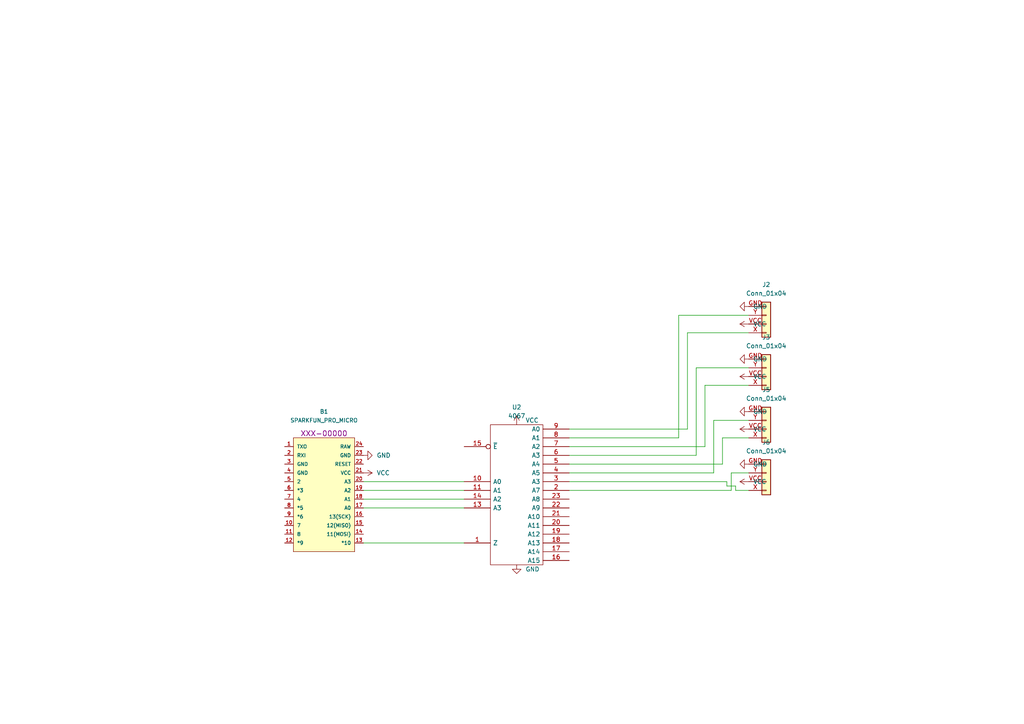
<source format=kicad_sch>
(kicad_sch (version 20211123) (generator eeschema)
  (paper "A4")
  (lib_symbols
    (symbol "4xxx_IEEE:4067" (pin_names (offset 0.762))
      (property "Reference" "U2" (at 0 25.4 0))
      (property "Value" "4067" (at 0 22.86 0))
      (symbol "4067_0_1"
        (rectangle (start 7.62 20.32) (end -7.62 -20.32))
      )
      (symbol "4067_1_1"
        (pin input line (at -15.24 -13.97 0) (length 7.62) (name "Z") (number "1"))
        (pin input line (at -15.24 3.81 0) (length 7.62) (name "A0") (number "10"))
        (pin input line (at -15.24 1.27 0) (length 7.62) (name "A1") (number "11"))
        (pin power_in line (at 0 -20.32 90) (length 0) hide (name "Vss") (number "12"))
        (pin input line (at -15.24 -3.81 0) (length 7.62) (name "A3") (number "13"))
        (pin input line (at -15.24 -1.27 0) (length 7.62) (name "A2") (number "14"))
        (pin input inverted (at -15.24 13.97 0) (length 7.62) (name "~{E}") (number "15"))
        (pin output line (at 15.24 -19.05 180) (length 7.62) (name "A15") (number "16"))
        (pin output line (at 15.24 -16.51 180) (length 7.62) (name "A14") (number "17"))
        (pin output line (at 15.24 -13.97 180) (length 7.62) (name "A13") (number "18"))
        (pin output line (at 15.24 -11.43 180) (length 7.62) (name "A12") (number "19"))
        (pin output line (at 15.24 1.27 180) (length 7.62) (name "A7") (number "2"))
        (pin output line (at 15.24 -8.89 180) (length 7.62) (name "A11") (number "20"))
        (pin output line (at 15.24 -6.35 180) (length 7.62) (name "A10") (number "21"))
        (pin output line (at 15.24 -3.81 180) (length 7.62) (name "A9") (number "22"))
        (pin output line (at 15.24 -1.27 180) (length 7.62) (name "A8") (number "23"))
        (pin power_in line (at 0 20.32 270) (length 0) hide (name "Vdd") (number "24"))
        (pin output line (at 15.24 3.81 180) (length 7.62) (name "A3") (number "3"))
        (pin output line (at 15.24 6.35 180) (length 7.62) (name "A5") (number "4"))
        (pin output line (at 15.24 8.89 180) (length 7.62) (name "A4") (number "5"))
        (pin output line (at 15.24 11.43 180) (length 7.62) (name "A3") (number "6"))
        (pin output line (at 15.24 13.97 180) (length 7.62) (name "A2") (number "7"))
        (pin output line (at 15.24 16.51 180) (length 7.62) (name "A1") (number "8"))
        (pin output line (at 15.24 19.05 180) (length 7.62) (name "A0") (number "9"))
      )
    )
    (symbol "Conn_01x04_1" (pin_names (offset 1.016) hide)
      (property "Reference" "J2" (at 0 -11.43 0))
      (property "Value" "Conn_01x04" (at 0 -8.89 0))
      (symbol "Conn_01x04_1_1_1"
        (rectangle (start -1.27 -4.953) (end 0 -5.207) (stroke (width 0.1524)))
        (rectangle (start -1.27 -2.413) (end 0 -2.667) (stroke (width 0.1524)))
        (rectangle (start -1.27 0.127) (end 0 -0.127) (stroke (width 0.1524)))
        (rectangle (start -1.27 2.667) (end 0 2.413) (stroke (width 0.1524)))
        (rectangle (start -1.27 3.81) (end 1.27 -6.35) (stroke (width 0.254)) (fill (type background)))
        (pin passive line (at -5.08 -5.08 0) (length 3.81) (name "Pin_GND") (number "GND"))
        (pin passive line (at -5.08 0 0) (length 3.81) (name "Pin_VCC") (number "VCC"))
        (pin passive line (at -5.08 2.54 0) (length 3.81) (name "Pin_X") (number "X"))
        (pin passive line (at -5.08 -2.54 0) (length 3.81) (name "Pin_Y") (number "Y"))
      )
    )
    (symbol "boards:SPARKFUN_PRO_MICRO" (pin_names (offset 1.016))
      (property "Reference" "B1" (at 0 24.13 0))
      (property "Value" "SPARKFUN_PRO_MICRO" (at 0 21.59 0))
      (property "Field4" "XXX-00000" (at 0 17.78 0))
      (symbol "SPARKFUN_PRO_MICRO_1_1"
        (polyline (pts (xy -8.89 16.51) (xy -8.89 -16.51) (xy 8.89 -16.51) (xy 8.89 16.51) (xy -8.89 16.51)) (fill (type background)))
        (pin bidirectional line (at -11.43 13.97 0) (length 2.54) (name "TXO") (number "1"))
        (pin bidirectional line (at -11.43 -8.89 0) (length 2.54) (name "7") (number "10"))
        (pin bidirectional line (at -11.43 -11.43 0) (length 2.54) (name "8") (number "11"))
        (pin bidirectional line (at -11.43 -13.97 0) (length 2.54) (name "*9") (number "12"))
        (pin bidirectional line (at 11.43 -13.97 180) (length 2.54) (name "*10") (number "13"))
        (pin bidirectional line (at 11.43 -11.43 180) (length 2.54) (name "11(MOSI)") (number "14"))
        (pin bidirectional line (at 11.43 -8.89 180) (length 2.54) (name "12(MISO)") (number "15"))
        (pin bidirectional line (at 11.43 -6.35 180) (length 2.54) (name "13(SCK)") (number "16"))
        (pin bidirectional line (at 11.43 -3.81 180) (length 2.54) (name "A0") (number "17"))
        (pin bidirectional line (at 11.43 -1.27 180) (length 2.54) (name "A1") (number "18"))
        (pin bidirectional line (at 11.43 1.27 180) (length 2.54) (name "A2") (number "19"))
        (pin bidirectional line (at -11.43 11.43 0) (length 2.54) (name "RXI") (number "2"))
        (pin bidirectional line (at 11.43 3.81 180) (length 2.54) (name "A3") (number "20"))
        (pin power_out line (at 11.43 6.35 180) (length 2.54) (name "VCC") (number "21"))
        (pin bidirectional line (at 11.43 8.89 180) (length 2.54) (name "RESET") (number "22"))
        (pin power_in line (at 11.43 11.43 180) (length 2.54) (name "GND") (number "23"))
        (pin power_in line (at 11.43 13.97 180) (length 2.54) (name "RAW") (number "24"))
        (pin power_in line (at -11.43 8.89 0) (length 2.54) (name "GND") (number "3"))
        (pin power_in line (at -11.43 6.35 0) (length 2.54) (name "GND") (number "4"))
        (pin bidirectional line (at -11.43 3.81 0) (length 2.54) (name "2") (number "5"))
        (pin bidirectional line (at -11.43 1.27 0) (length 2.54) (name "*3") (number "6"))
        (pin bidirectional line (at -11.43 -1.27 0) (length 2.54) (name "4") (number "7"))
        (pin bidirectional line (at -11.43 -3.81 0) (length 2.54) (name "*5") (number "8"))
        (pin bidirectional line (at -11.43 -6.35 0) (length 2.54) (name "*6") (number "9"))
      )
    )
    (symbol "power:GND" (power) (pin_names (offset 0))
      (property "Value" "GND" (at 0 -3.81 0))
      (symbol "GND_0_1"
        (polyline (pts (xy 0 0) (xy 0 -1.27) (xy 1.27 -1.27) (xy 0 -2.54) (xy -1.27 -1.27) (xy 0 -1.27)))
      )
      (symbol "GND_1_1"
        (pin power_in line (at 0 0 270) (length 0) hide (name "GND") (number "1"))
      )
    )
    (symbol "power:VCC" (power) (pin_names (offset 0))
      (property "Value" "VCC" (at 0 3.81 0))
      (symbol "VCC_0_1"
        (polyline (pts (xy -0.762 1.27) (xy 0 2.54)))
        (polyline (pts (xy 0 0) (xy 0 2.54)))
        (polyline (pts (xy 0 2.54) (xy 0.762 1.27)))
      )
      (symbol "VCC_1_1"
        (pin power_in line (at 0 0 90) (length 0) hide (name "VCC") (number "1"))
      )
    )
  )
  (wire (pts (xy 217.17 137.16) (xy 212.09 137.16)))
  (wire (pts (xy 207.01 121.92) (xy 217.17 121.92)))
  (wire (pts (xy 213.36 140.97) (xy 210.82 140.97)))
  (wire (pts (xy 105.41 139.7) (xy 134.62 139.7)))
  (wire (pts (xy 209.55 134.62) (xy 165.1 134.62)))
  (wire (pts (xy 165.1 137.16) (xy 207.01 137.16)))
  (wire (pts (xy 217.17 106.68) (xy 201.93 106.68)))
  (wire (pts (xy 165.1 127) (xy 196.85 127)))
  (wire (pts (xy 105.41 144.78) (xy 134.62 144.78)))
  (wire (pts (xy 210.82 140.97) (xy 210.82 139.7)))
  (wire (pts (xy 201.93 106.68) (xy 201.93 132.08)))
  (wire (pts (xy 196.85 91.44) (xy 196.85 127)))
  (wire (pts (xy 105.41 142.24) (xy 134.62 142.24)))
  (wire (pts (xy 199.39 124.46) (xy 199.39 96.52)))
  (wire (pts (xy 204.47 129.54) (xy 204.47 111.76)))
  (wire (pts (xy 204.47 111.76) (xy 217.17 111.76)))
  (wire (pts (xy 212.09 142.24) (xy 165.1 142.24)))
  (wire (pts (xy 217.17 142.24) (xy 213.36 142.24)))
  (wire (pts (xy 165.1 124.46) (xy 199.39 124.46)))
  (wire (pts (xy 165.1 132.08) (xy 201.93 132.08)))
  (wire (pts (xy 209.55 127) (xy 209.55 134.62)))
  (wire (pts (xy 213.36 142.24) (xy 213.36 140.97)))
  (wire (pts (xy 165.1 129.54) (xy 204.47 129.54)))
  (wire (pts (xy 207.01 121.92) (xy 207.01 137.16)))
  (wire (pts (xy 210.82 139.7) (xy 165.1 139.7)))
  (wire (pts (xy 217.17 91.44) (xy 196.85 91.44)))
  (wire (pts (xy 212.09 137.16) (xy 212.09 142.24)))
  (wire (pts (xy 105.41 147.32) (xy 134.62 147.32)))
  (wire (pts (xy 105.41 157.48) (xy 134.62 157.48)))
  (wire (pts (xy 199.39 96.52) (xy 217.17 96.52)))
  (wire (pts (xy 217.17 127) (xy 209.55 127)))
  (symbol (lib_name "Conn_01x04_1") (lib_id "Connector_Generic:Conn_01x04") (at 222.25 139.7 0) (mirror x) (unit 1)
    (property "Reference" "J6" (at 222.25 128.27 0))
    (property "Value" "Conn_01x04" (at 222.25 130.81 0))
    (property "Footprint" "Switches:JOYSTICK-PSP1000" (effects hide))
  )
  (symbol (lib_id "power:VCC") (at 149.86 123.19 0) (unit 1)
    (property "Reference" "#PWR015" (effects hide))
    (property "Value" "VCC" (at 152.4 121.9199 0) (effects (justify left)))
  )
  (symbol (lib_name "Conn_01x04_1") (lib_id "Connector_Generic:Conn_01x04") (at 222.25 109.22 0) (mirror x) (unit 1)
    (property "Reference" "J3" (at 222.25 97.79 0))
    (property "Value" "Conn_01x04" (at 222.25 100.33 0))
    (property "Footprint" "Switches:JOYSTICK-PSP1000" (effects hide))
  )
  (symbol (lib_name "Conn_01x04_1") (lib_id "Connector_Generic:Conn_01x04") (at 222.25 124.46 0) (mirror x) (unit 1)
    (property "Reference" "J5" (at 222.25 113.03 0))
    (property "Value" "Conn_01x04" (at 222.25 115.57 0))
    (property "Footprint" "Switches:JOYSTICK-PSP1000" (effects hide))
  )
  (symbol (lib_id "power:VCC") (at 217.17 109.22 90) (unit 1)
    (property "Reference" "#PWR09" (effects hide))
    (property "Value" "VCC" (at 218.44 109.2199 90) (effects (justify right)))
  )
  (symbol (lib_id "power:GND") (at 149.86 163.83 0) (unit 1)
    (property "Reference" "#PWR016" (effects hide))
    (property "Value" "GND" (at 152.4 165.0999 0) (effects (justify left)))
  )
  (symbol (lib_id "boards:SPARKFUN_PRO_MICRO") (at 93.98 143.51 0) (unit 1)
    (property "Reference" "B1" (at 93.98 119.38 0) (effects (font (size 1.143 1.143))))
    (property "Value" "SPARKFUN_PRO_MICRO" (at 93.98 121.92 0) (effects (font (size 1.143 1.143))))
    (property "Footprint" "Boards:SPARKFUN_PRO_MICRO" (effects hide))
    (property "Datasheet" "https://cdn.sparkfun.com/datasheets/Dev/Arduino/Boards/Pro_Micro_v13b.pdf" (effects hide))
    (property "Field4" "XXX-00000" (at 93.98 125.73 0) (effects (font (size 1.524 1.524))))
  )
  (symbol (lib_id "power:VCC") (at 217.17 93.98 90) (unit 1)
    (property "Reference" "#PWR07" (effects hide))
    (property "Value" "VCC" (at 218.44 93.9799 90) (effects (justify right)))
  )
  (symbol (lib_id "power:GND") (at 217.17 119.38 270) (unit 1)
    (property "Reference" "#PWR010" (effects hide))
    (property "Value" "GND" (at 218.44 119.3799 90) (effects (justify left)))
  )
  (symbol (lib_id "power:GND") (at 217.17 134.62 270) (unit 1)
    (property "Reference" "#PWR012" (effects hide))
    (property "Value" "GND" (at 218.44 134.6199 90) (effects (justify left)))
  )
  (symbol (lib_id "4xxx_IEEE:4067") (at 149.86 143.51 0) (unit 1)
    (property "Reference" "U2" (at 149.86 118.11 0))
    (property "Value" "4067" (at 149.86 120.65 0))
    (property "Footprint" "Package_DIP:DIP-32_W15.24mm" (effects hide))
    (property "Datasheet" "https://www.ti.com/lit/ds/symlink/cd74hc4067.pdf" (effects hide))
  )
  (symbol (lib_id "power:GND") (at 217.17 88.9 270) (unit 1)
    (property "Reference" "#PWR06" (effects hide))
    (property "Value" "GND" (at 218.44 88.8999 90) (effects (justify left)))
  )
  (symbol (lib_name "Conn_01x04_1") (lib_id "Connector_Generic:Conn_01x04") (at 222.25 93.98 0) (mirror x) (unit 1)
    (property "Reference" "J2" (at 222.25 82.55 0))
    (property "Value" "Conn_01x04" (at 222.25 85.09 0))
    (property "Footprint" "Switches:JOYSTICK-PSP1000" (effects hide))
  )
  (symbol (lib_id "power:VCC") (at 217.17 124.46 90) (unit 1)
    (property "Reference" "#PWR011" (effects hide))
    (property "Value" "VCC" (at 218.44 124.4599 90) (effects (justify right)))
  )
  (symbol (lib_id "power:GND") (at 217.17 104.14 270) (unit 1)
    (property "Reference" "#PWR08" (effects hide))
    (property "Value" "GND" (at 218.44 104.1399 90) (effects (justify left)))
  )
  (symbol (lib_id "power:GND") (at 105.41 132.08 90) (unit 1)
    (property "Reference" "#PWR01" (effects hide))
    (property "Value" "GND" (at 109.22 132.0799 90) (effects (justify right)))
  )
  (symbol (lib_id "power:VCC") (at 105.41 137.16 270) (unit 1)
    (property "Reference" "#PWR02" (effects hide))
    (property "Value" "VCC" (at 109.22 137.1599 90) (effects (justify left)))
  )
  (symbol (lib_id "power:VCC") (at 217.17 139.7 90) (unit 1)
    (property "Reference" "#PWR013" (effects hide))
    (property "Value" "VCC" (at 218.44 139.6999 90) (effects (justify right)))
  )
)
</source>
